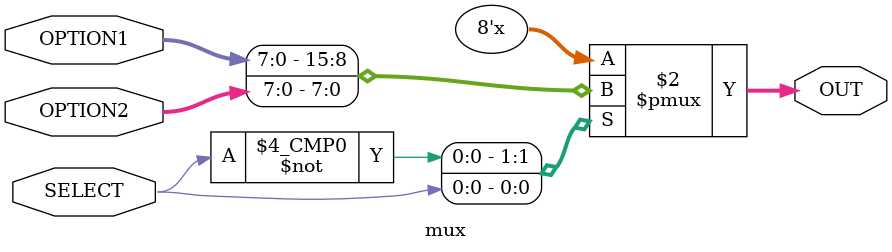
<source format=v>
`timescale 1ns/100ps
`include "alu.v"
`include "reg_file.v"
`include "pc.v"
`include "mux2x1.v"

module cpu(PC, INSTRUCTION, CLK, RESET,BUSYWAIT,READ,WRITE,ADDRESS,READDATA,WRITEDATA);
    input CLK,RESET;
    output [31:0] PC;
    input [31:0] INSTRUCTION;

    //additonal ports for data memory
    input BUSYWAIT;
    output READ,WRITE;
    output [7:0] ADDRESS,WRITEDATA;
    input [7:0] READDATA;

    wire [7:0] OPCODE,IMMEDIATE;
    wire [2:0] READREG1,READREG2,WRITEREG;

    wire WRITEENABLE,ALUSRC,NEGATE;
    wire [2:0] ALUOP;

    wire [7:0] ALURESULT,REGOUT1,REGOUT2;
    wire [7:0] twosCompREGOUT2;

    wire [7:0] mux1OUT,mux2OUT;

    //for jump and branch instruction
    wire [31:0] selOFFSET;
    wire isBraching,JUMP,BRANCH,ZERO,G1_OUTPUT;

    //wires for register write
    wire REGSRC;
    wire [7:0] REGIN;

    xor x1(G1_OUTPUT,BRANCH,JUMP);
    assign isBraching = (~ZERO)&JUMP | ZERO & G1_OUTPUT;

    pc_unit pc(CLK,RESET,PC,selOFFSET,isBraching,BUSYWAIT);
    //CombinationalLogicUnit splits the instruction in to 4 parts and the calculates the sign extended Left Shift OFFSET
    CombinationalLogicUnit CombLogic(INSTRUCTION,OPCODE,IMMEDIATE,READREG1,READREG2,WRITEREG,selOFFSET);
    //ControlUnit checks the OPCODE and generates necessary control signals
    ControlUnit Control(OPCODE,ALUOP,ALUSRC,NEGATE,WRITEENABLE,JUMP,BRANCH,BUSYWAIT,READ,WRITE,REGSRC);
    reg_file regf(REGIN,REGOUT1,REGOUT2,WRITEREG,READREG1,READREG2, WRITEENABLE, CLK, RESET,BUSYWAIT);
    //Negates the second output of reg file
    TwosComp negat(REGOUT2,twosCompREGOUT2);
    //Selects the mux1OUT by checking NEGATE
    mux mux1(REGOUT2,twosCompREGOUT2,NEGATE,mux1OUT);
    //selects the DATA2 of ALU by checking the ALUSRC
    mux mux2(IMMEDIATE,mux1OUT,ALUSRC,mux2OUT);
    alu Alu(REGOUT1,mux2OUT,ALURESULT,ALUOP,ZERO);//ZERO was additionally added to check whether result is ZERO after sub operation.
    //mux used to select the data to be written to the reg_file
    mux RegSrcSelect(ALURESULT,READDATA,REGSRC,REGIN);

    //address for the data memory is ALURESULT
    assign ADDRESS = ALURESULT;
    //data to be written to the data memory is REGOUT1
    assign WRITEDATA = REGOUT1;
endmodule

module CombinationalLogicUnit(INSTRUCTION,OPCODE,IMMEDIATE,READREG1,READREG2,WRITEREG,selOFFSET);
    input [31:0] INSTRUCTION;
    output reg [7:0] OPCODE,IMMEDIATE;
    output reg [2:0] READREG1,READREG2,WRITEREG;

    //for jump and branch instructions
    output reg [31:0] selOFFSET;
    reg [7:0] OFFSET;

    always @(INSTRUCTION) begin
        OPCODE = INSTRUCTION[31:24];
        WRITEREG = INSTRUCTION[23:16];
        READREG1 = INSTRUCTION[15:8];
        READREG2 = INSTRUCTION[7:0];
        IMMEDIATE = INSTRUCTION[7:0]; 
        OFFSET = INSTRUCTION[23:16];     //OFFSET is the number of jumps from PC+4 which is used in jump,beq instructions.
        //no.of jumps can either be negative or positive. So consider 2's complement to understand.
        selOFFSET = {{22{OFFSET[7]}},OFFSET,2'b00};//Sign extends the OFFSET to 32 bits and left shift by 2
    end
endmodule

module ControlUnit(OPCODE,ALUOP,ALUSRC,NEGATE,WRITEENABLE,JUMP,BRANCH,BUSYWAIT,READ,WRITE,REGSRC);
    input [7:0] OPCODE;
    input BUSYWAIT;
    output reg READ,WRITE,REGSRC;

    output reg WRITEENABLE,ALUSRC,NEGATE,JUMP,BRANCH;
    output reg [2:0] ALUOP;
 
//   always @(BUSYWAIT) begin
//     //The follwng if statement is to enable running of (lwi and lwd or swd and swi) instructions one after the other
//     if (BUSYWAIT == 1'b0) begin
//       READ = 1'b0;
//       WRITE = 1'b0;
//     end
//   end


    always @(OPCODE) begin
        #1  // decoding delay
    case(OPCODE)

    8'b00000000:
        // Loadi: Load Immediate
        // ALU function: Forward
        // forward DATA2 into RESULT
        // select immediate for DATA2
        begin 
            {ALUOP,WRITEENABLE,ALUSRC,JUMP,BRANCH,REGSRC,READ,WRITE} = 10'b000_1_0_0_0_0_0_0;
            //NEGATE = 1'b0; //No need to assign a value to NEGATE.
        end

    8'b00000001:
        // mov 
        // ALU function: Forward
        // Forward DATA2 into RESULT
        begin
            {ALUOP,WRITEENABLE,NEGATE,ALUSRC,JUMP,BRANCH,REGSRC,READ,WRITE} = 11'b000_1_0_1_0_0_0_0_0;
        end

    8'b00000010:
        // add
        // ALU function: Add
        // adds DATA1 and DATA2
        begin
            {ALUOP,WRITEENABLE,NEGATE,ALUSRC,JUMP,BRANCH,REGSRC,READ,WRITE} = 11'b001_1_0_1_0_0_0_0_0;
        end
    
    8'b00000011:
        // sub
        // ALU function: Add
        // adds -DATA2 and DATA1
        begin
            {ALUOP,WRITEENABLE,NEGATE,ALUSRC,JUMP,BRANCH,REGSRC,READ,WRITE} = 11'b001_1_1_1_0_0_0_0_0;
        end

    8'b00000100:
        // and
        // ALU function: and
        begin
            {ALUOP,WRITEENABLE,NEGATE,ALUSRC,JUMP,BRANCH,REGSRC,READ,WRITE} = 11'b010_1_0_1_0_0_0_0_0;
        end

    8'b00000101:
        // or
        // ALU function: or
        begin
            {ALUOP,WRITEENABLE,NEGATE,ALUSRC,JUMP,BRANCH,REGSRC,READ,WRITE} = 11'b011_1_0_1_0_0_0_0_0;
        end
    //it is important to set WRITEENABLE = 0 in either jump or beq instructions
    8'b00000110:
        // jump
        // ALU function: x
        begin
            {WRITEENABLE,JUMP,BRANCH,READ,WRITE} = 5'b0_1_0_0_0;
            //in jump instruction we don't use ALU. so it is not needed to assign values to them.only taking care of WRITEENABLE is necessary.
        end
    //ALU should execute sub operation in beq instruction since ZERO is evaluated by subtracting operands 
    8'b00000111:
        // beq
        // ALU function: sub
        begin
            {ALUOP,WRITEENABLE,NEGATE,ALUSRC,JUMP,BRANCH,READ,WRITE} = 10'b001_0_1_1_0_1_0_0;
        end
    8'b00001000:
        // mlt
        // ALU function: mlt
        begin
            {ALUOP,WRITEENABLE,NEGATE,ALUSRC,JUMP,BRANCH,REGSRC,READ,WRITE} = 11'b100_1_0_1_0_0_0_0_0;
        end
    8'b00001001:
        // bne
        // ALU function: sub
        begin
            {ALUOP,WRITEENABLE,NEGATE,ALUSRC,JUMP,BRANCH,READ,WRITE} = 10'b001_0_1_1_1_1_0_0;
        end
    8'b00001010:
        // ror
        // ALU function: Ror
        begin
            {ALUOP,WRITEENABLE,ALUSRC,JUMP,BRANCH,REGSRC,READ,WRITE} = 10'b111_1_0_0_0_0_0_0;
        end
    8'b00001011:
        // sra
        // ALU function: Sra
        begin
            {ALUOP,WRITEENABLE,ALUSRC,JUMP,BRANCH,REGSRC,READ,WRITE} = 10'b110_1_0_0_0_0_0_0;
        end
    8'b00001100:
        // sll
        // ALU function: shiftLogical
        begin
            {ALUOP,WRITEENABLE,ALUSRC,JUMP,BRANCH,REGSRC,READ,WRITE} = 10'b101_1_0_0_0_0_0_0;
        end
    8'b00001101:
        // srl
        // ALU function: shiftLogical
        begin
            {ALUOP,WRITEENABLE,ALUSRC,JUMP,BRANCH,REGSRC,READ,WRITE} = 10'b101_1_0_0_0_0_0_0;
        end
    8'b00001110:
        // lwd
        // ALU function: Forward
        begin
            {ALUOP,NEGATE,ALUSRC,JUMP,BRANCH,REGSRC,READ,WRITE} = 11'b000_0_1_0_0_1_1_0;
            WRITEENABLE = 1'b1; 
        end
    8'b00001111:
        // lwi
        // ALU function: Forward
        begin
            {ALUOP,NEGATE,ALUSRC,JUMP,BRANCH,REGSRC,READ,WRITE} = 11'b000_0_0_0_0_1_1_0;
            WRITEENABLE = 1'b1; 
        end
    8'b00010000:
        // swd
        // ALU function: Forward
        begin
            {ALUOP,WRITEENABLE,NEGATE,ALUSRC,JUMP,BRANCH,READ,WRITE} = 11'b000_0_0_1_0_0_0_1;
        end
    8'b00010001:
        // swi
        // ALU function: Forward
        begin
            {ALUOP,WRITEENABLE,NEGATE,ALUSRC,JUMP,BRANCH,READ,WRITE} = 11'b000_0_0_0_0_0_0_1;
        end
    endcase
    end
endmodule

module TwosComp(INPUT,OUTPUT);
    input [7:0] INPUT;
    output [7:0] OUTPUT;
    assign #1 OUTPUT = ~INPUT + 8'd1;//2's Complement of the INPUT is set to OUTPUT
endmodule

module mux(OPTION1,OPTION2,SELECT,OUT);//This mux is selecting its 8bits inputs to a particular wire.This is a general one which is used to mux1,mux2
    input [7:0] OPTION1,OPTION2;
    input SELECT;
    output reg [7:0] OUT;
    always @(SELECT,OPTION1,OPTION2) begin
        case(SELECT)
            1'd0 : OUT = OPTION1;
            1'd1 : OUT = OPTION2;
        endcase
    end
endmodule
</source>
